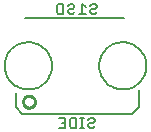
<source format=gbo>
G75*
%MOIN*%
%OFA0B0*%
%FSLAX24Y24*%
%IPPOS*%
%LPD*%
%AMOC8*
5,1,8,0,0,1.08239X$1,22.5*
%
%ADD10C,0.0100*%
%ADD11C,0.0050*%
%ADD12C,0.0070*%
D10*
X010377Y011928D02*
X010379Y011955D01*
X010385Y011982D01*
X010394Y012008D01*
X010407Y012032D01*
X010423Y012055D01*
X010442Y012074D01*
X010464Y012091D01*
X010488Y012105D01*
X010513Y012115D01*
X010540Y012122D01*
X010567Y012125D01*
X010595Y012124D01*
X010622Y012119D01*
X010648Y012111D01*
X010672Y012099D01*
X010695Y012083D01*
X010716Y012065D01*
X010733Y012044D01*
X010748Y012020D01*
X010759Y011995D01*
X010767Y011969D01*
X010771Y011942D01*
X010771Y011914D01*
X010767Y011887D01*
X010759Y011861D01*
X010748Y011836D01*
X010733Y011812D01*
X010716Y011791D01*
X010695Y011773D01*
X010673Y011757D01*
X010648Y011745D01*
X010622Y011737D01*
X010595Y011732D01*
X010567Y011731D01*
X010540Y011734D01*
X010513Y011741D01*
X010488Y011751D01*
X010464Y011765D01*
X010442Y011782D01*
X010423Y011801D01*
X010407Y011824D01*
X010394Y011848D01*
X010385Y011874D01*
X010379Y011901D01*
X010377Y011928D01*
D11*
X010349Y011525D02*
X014001Y011525D01*
X014225Y011749D01*
X014225Y012325D01*
X013725Y014725D02*
X010425Y014725D01*
X010125Y012225D02*
X010125Y011749D01*
X010349Y011525D01*
D12*
X011563Y011390D02*
X011783Y011390D01*
X011783Y011060D01*
X011563Y011060D01*
X011673Y011225D02*
X011783Y011225D01*
X011931Y011115D02*
X011986Y011060D01*
X012151Y011060D01*
X012151Y011390D01*
X011986Y011390D01*
X011931Y011335D01*
X011931Y011115D01*
X012287Y011060D02*
X012397Y011060D01*
X012342Y011060D02*
X012342Y011390D01*
X012397Y011390D02*
X012287Y011390D01*
X012545Y011335D02*
X012600Y011390D01*
X012710Y011390D01*
X012765Y011335D01*
X012765Y011280D01*
X012710Y011225D01*
X012600Y011225D01*
X012545Y011170D01*
X012545Y011115D01*
X012600Y011060D01*
X012710Y011060D01*
X012765Y011115D01*
X012913Y013125D02*
X012915Y013181D01*
X012921Y013236D01*
X012931Y013290D01*
X012944Y013344D01*
X012962Y013397D01*
X012983Y013448D01*
X013007Y013498D01*
X013035Y013546D01*
X013067Y013592D01*
X013101Y013636D01*
X013139Y013677D01*
X013179Y013715D01*
X013222Y013750D01*
X013267Y013782D01*
X013315Y013811D01*
X013364Y013837D01*
X013415Y013859D01*
X013467Y013877D01*
X013521Y013891D01*
X013576Y013902D01*
X013631Y013909D01*
X013686Y013912D01*
X013742Y013911D01*
X013797Y013906D01*
X013852Y013897D01*
X013906Y013885D01*
X013959Y013868D01*
X014011Y013848D01*
X014061Y013824D01*
X014109Y013797D01*
X014156Y013767D01*
X014200Y013733D01*
X014242Y013696D01*
X014280Y013656D01*
X014317Y013614D01*
X014350Y013569D01*
X014379Y013523D01*
X014406Y013474D01*
X014428Y013423D01*
X014448Y013371D01*
X014463Y013317D01*
X014475Y013263D01*
X014483Y013208D01*
X014487Y013153D01*
X014487Y013097D01*
X014483Y013042D01*
X014475Y012987D01*
X014463Y012933D01*
X014448Y012879D01*
X014428Y012827D01*
X014406Y012776D01*
X014379Y012727D01*
X014350Y012681D01*
X014317Y012636D01*
X014280Y012594D01*
X014242Y012554D01*
X014200Y012517D01*
X014156Y012483D01*
X014109Y012453D01*
X014061Y012426D01*
X014011Y012402D01*
X013959Y012382D01*
X013906Y012365D01*
X013852Y012353D01*
X013797Y012344D01*
X013742Y012339D01*
X013686Y012338D01*
X013631Y012341D01*
X013576Y012348D01*
X013521Y012359D01*
X013467Y012373D01*
X013415Y012391D01*
X013364Y012413D01*
X013315Y012439D01*
X013267Y012468D01*
X013222Y012500D01*
X013179Y012535D01*
X013139Y012573D01*
X013101Y012614D01*
X013067Y012658D01*
X013035Y012704D01*
X013007Y012752D01*
X012983Y012802D01*
X012962Y012853D01*
X012944Y012906D01*
X012931Y012960D01*
X012921Y013014D01*
X012915Y013069D01*
X012913Y013125D01*
X012772Y014860D02*
X012827Y014915D01*
X012772Y014860D02*
X012661Y014860D01*
X012606Y014915D01*
X012606Y014970D01*
X012661Y015025D01*
X012772Y015025D01*
X012827Y015080D01*
X012827Y015135D01*
X012772Y015190D01*
X012661Y015190D01*
X012606Y015135D01*
X012458Y015080D02*
X012348Y015190D01*
X012348Y014860D01*
X012458Y014860D02*
X012238Y014860D01*
X012090Y014915D02*
X012035Y014860D01*
X011925Y014860D01*
X011870Y014915D01*
X011870Y014970D01*
X011925Y015025D01*
X012035Y015025D01*
X012090Y015080D01*
X012090Y015135D01*
X012035Y015190D01*
X011925Y015190D01*
X011870Y015135D01*
X011722Y015190D02*
X011557Y015190D01*
X011501Y015135D01*
X011501Y014915D01*
X011557Y014860D01*
X011722Y014860D01*
X011722Y015190D01*
X009763Y013125D02*
X009765Y013181D01*
X009771Y013236D01*
X009781Y013290D01*
X009794Y013344D01*
X009812Y013397D01*
X009833Y013448D01*
X009857Y013498D01*
X009885Y013546D01*
X009917Y013592D01*
X009951Y013636D01*
X009989Y013677D01*
X010029Y013715D01*
X010072Y013750D01*
X010117Y013782D01*
X010165Y013811D01*
X010214Y013837D01*
X010265Y013859D01*
X010317Y013877D01*
X010371Y013891D01*
X010426Y013902D01*
X010481Y013909D01*
X010536Y013912D01*
X010592Y013911D01*
X010647Y013906D01*
X010702Y013897D01*
X010756Y013885D01*
X010809Y013868D01*
X010861Y013848D01*
X010911Y013824D01*
X010959Y013797D01*
X011006Y013767D01*
X011050Y013733D01*
X011092Y013696D01*
X011130Y013656D01*
X011167Y013614D01*
X011200Y013569D01*
X011229Y013523D01*
X011256Y013474D01*
X011278Y013423D01*
X011298Y013371D01*
X011313Y013317D01*
X011325Y013263D01*
X011333Y013208D01*
X011337Y013153D01*
X011337Y013097D01*
X011333Y013042D01*
X011325Y012987D01*
X011313Y012933D01*
X011298Y012879D01*
X011278Y012827D01*
X011256Y012776D01*
X011229Y012727D01*
X011200Y012681D01*
X011167Y012636D01*
X011130Y012594D01*
X011092Y012554D01*
X011050Y012517D01*
X011006Y012483D01*
X010959Y012453D01*
X010911Y012426D01*
X010861Y012402D01*
X010809Y012382D01*
X010756Y012365D01*
X010702Y012353D01*
X010647Y012344D01*
X010592Y012339D01*
X010536Y012338D01*
X010481Y012341D01*
X010426Y012348D01*
X010371Y012359D01*
X010317Y012373D01*
X010265Y012391D01*
X010214Y012413D01*
X010165Y012439D01*
X010117Y012468D01*
X010072Y012500D01*
X010029Y012535D01*
X009989Y012573D01*
X009951Y012614D01*
X009917Y012658D01*
X009885Y012704D01*
X009857Y012752D01*
X009833Y012802D01*
X009812Y012853D01*
X009794Y012906D01*
X009781Y012960D01*
X009771Y013014D01*
X009765Y013069D01*
X009763Y013125D01*
M02*

</source>
